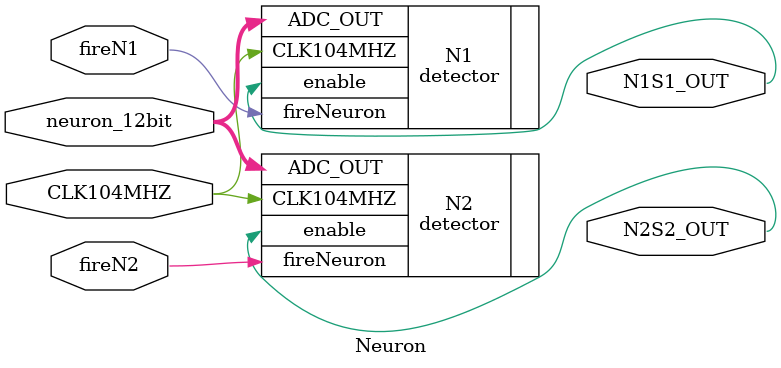
<source format=v>
`timescale 1ns / 1ps


module Neuron (
    input CLK104MHZ,
    input fireN1,
    input fireN2,
    input signed [11:0] neuron_12bit,
    output N1S1_OUT,
    output N2S2_OUT
    );
    
    //S1 and S2 act as multipliers on the 12-bit sample values to be outputted to the screen

    //S1 and S2 are BITWISE ANDed with the 12-bit sample value to be outputted from the XADC Controller
    //S1 = 12'hFFF, and so will not change the 12-bit sample value.
    
    //SYNAPSE#_STRENGTH is a 12-bit value that represents the synapse residing between pre- and post- synaptic neurons in the ANN.
    //There are 2^12 possible values [0,4096]. This can easily be adjusted by changing the number of bits in these values.
    

    //this neuron represents the `sight of food'
    detector N1 (
        .CLK104MHZ(CLK104MHZ),
        .fireNeuron(fireN1),
        .ADC_OUT(neuron_12bit),
        .enable(N1S1_OUT)
        );
    
    //this neuron represents the `ring of a bell'
    detector N2 (
        .CLK104MHZ(CLK104MHZ),
        .fireNeuron(fireN2),
        .ADC_OUT(neuron_12bit),
        .enable(N2S2_OUT)
        );
        
endmodule

</source>
